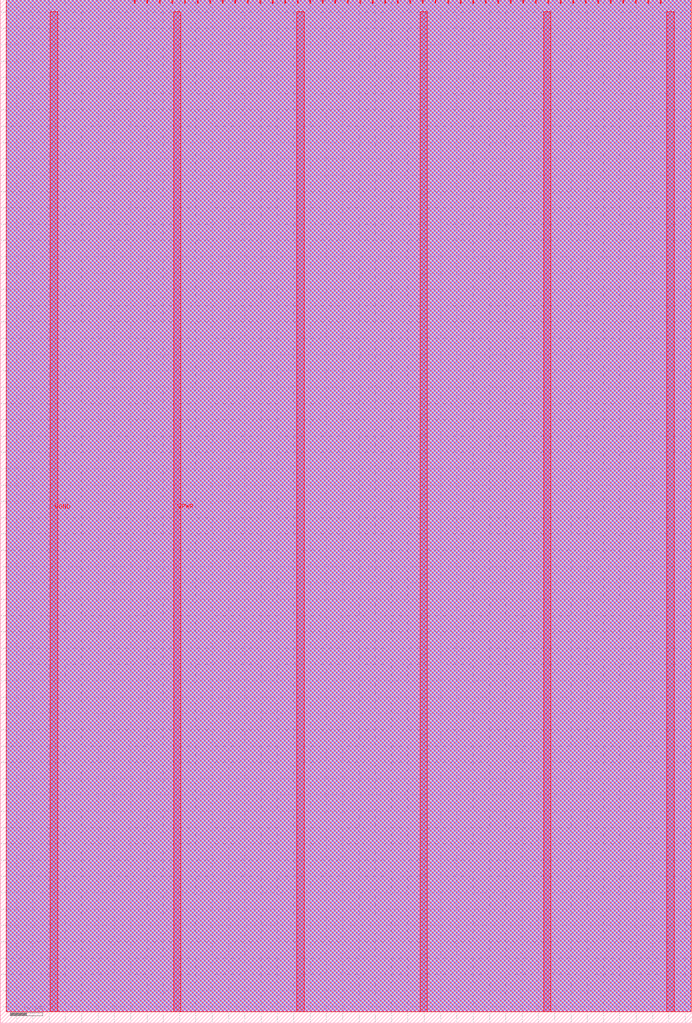
<source format=lef>
VERSION 5.8 ;
BUSBITCHARS "[]" ;
DIVIDERCHAR "/" ;
UNITS
    DATABASE MICRONS 1000 ;
END UNITS

VIA tt_um_edwintorok_via1_2_2200_440_1_5_410_410
  VIARULE via1Array ;
  CUTSIZE 0.19 0.19 ;
  LAYERS Metal1 Via1 Metal2 ;
  CUTSPACING 0.22 0.22 ;
  ENCLOSURE 0.01 0.125 0.05 0.005 ;
  ROWCOL 1 5 ;
END tt_um_edwintorok_via1_2_2200_440_1_5_410_410

VIA tt_um_edwintorok_via2_3_2200_440_1_5_410_410
  VIARULE via2Array ;
  CUTSIZE 0.19 0.19 ;
  LAYERS Metal2 Via2 Metal3 ;
  CUTSPACING 0.22 0.22 ;
  ENCLOSURE 0.05 0.005 0.005 0.05 ;
  ROWCOL 1 5 ;
END tt_um_edwintorok_via2_3_2200_440_1_5_410_410

VIA tt_um_edwintorok_via3_4_2200_440_1_5_410_410
  VIARULE via3Array ;
  CUTSIZE 0.19 0.19 ;
  LAYERS Metal3 Via3 Metal4 ;
  CUTSPACING 0.22 0.22 ;
  ENCLOSURE 0.005 0.05 0.05 0.005 ;
  ROWCOL 1 5 ;
END tt_um_edwintorok_via3_4_2200_440_1_5_410_410

VIA tt_um_edwintorok_via4_5_2200_440_1_5_410_410
  VIARULE via4Array ;
  CUTSIZE 0.19 0.19 ;
  LAYERS Metal4 Via4 Metal5 ;
  CUTSPACING 0.22 0.22 ;
  ENCLOSURE 0.05 0.005 0.185 0.05 ;
  ROWCOL 1 5 ;
END tt_um_edwintorok_via4_5_2200_440_1_5_410_410

MACRO tt_um_edwintorok
  FOREIGN tt_um_edwintorok 0 0 ;
  CLASS BLOCK ;
  SIZE 212.16 BY 313.74 ;
  PIN clk
    DIRECTION INPUT ;
    USE SIGNAL ;
    PORT
      LAYER Metal5 ;
        RECT  198.57 312.74 198.87 313.74 ;
    END
  END clk
  PIN ena
    DIRECTION INPUT ;
    USE SIGNAL ;
    PORT
      LAYER Metal5 ;
        RECT  202.41 312.74 202.71 313.74 ;
    END
  END ena
  PIN rst_n
    DIRECTION INPUT ;
    USE SIGNAL ;
    PORT
      LAYER Metal5 ;
        RECT  194.73 312.74 195.03 313.74 ;
    END
  END rst_n
  PIN ui_in[0]
    DIRECTION INPUT ;
    USE SIGNAL ;
    PORT
      LAYER Metal5 ;
        RECT  190.89 312.74 191.19 313.74 ;
    END
  END ui_in[0]
  PIN ui_in[1]
    DIRECTION INPUT ;
    USE SIGNAL ;
    PORT
      LAYER Metal5 ;
        RECT  187.05 312.74 187.35 313.74 ;
    END
  END ui_in[1]
  PIN ui_in[2]
    DIRECTION INPUT ;
    USE SIGNAL ;
    PORT
      LAYER Metal5 ;
        RECT  183.21 312.74 183.51 313.74 ;
    END
  END ui_in[2]
  PIN ui_in[3]
    DIRECTION INPUT ;
    USE SIGNAL ;
    PORT
      LAYER Metal5 ;
        RECT  179.37 312.74 179.67 313.74 ;
    END
  END ui_in[3]
  PIN ui_in[4]
    DIRECTION INPUT ;
    USE SIGNAL ;
    PORT
      LAYER Metal5 ;
        RECT  175.53 312.74 175.83 313.74 ;
    END
  END ui_in[4]
  PIN ui_in[5]
    DIRECTION INPUT ;
    USE SIGNAL ;
    PORT
      LAYER Metal5 ;
        RECT  171.69 312.74 171.99 313.74 ;
    END
  END ui_in[5]
  PIN ui_in[6]
    DIRECTION INPUT ;
    USE SIGNAL ;
    PORT
      LAYER Metal5 ;
        RECT  167.85 312.74 168.15 313.74 ;
    END
  END ui_in[6]
  PIN ui_in[7]
    DIRECTION INPUT ;
    USE SIGNAL ;
    PORT
      LAYER Metal5 ;
        RECT  164.01 312.74 164.31 313.74 ;
    END
  END ui_in[7]
  PIN uio_in[0]
    DIRECTION INPUT ;
    USE SIGNAL ;
    PORT
      LAYER Metal5 ;
        RECT  160.17 312.74 160.47 313.74 ;
    END
  END uio_in[0]
  PIN uio_in[1]
    DIRECTION INPUT ;
    USE SIGNAL ;
    PORT
      LAYER Metal5 ;
        RECT  156.33 312.74 156.63 313.74 ;
    END
  END uio_in[1]
  PIN uio_in[2]
    DIRECTION INPUT ;
    USE SIGNAL ;
    PORT
      LAYER Metal5 ;
        RECT  152.49 312.74 152.79 313.74 ;
    END
  END uio_in[2]
  PIN uio_in[3]
    DIRECTION INPUT ;
    USE SIGNAL ;
    PORT
      LAYER Metal5 ;
        RECT  148.65 312.74 148.95 313.74 ;
    END
  END uio_in[3]
  PIN uio_in[4]
    DIRECTION INPUT ;
    USE SIGNAL ;
    PORT
      LAYER Metal5 ;
        RECT  144.81 312.74 145.11 313.74 ;
    END
  END uio_in[4]
  PIN uio_in[5]
    DIRECTION INPUT ;
    USE SIGNAL ;
    PORT
      LAYER Metal5 ;
        RECT  140.97 312.74 141.27 313.74 ;
    END
  END uio_in[5]
  PIN uio_in[6]
    DIRECTION INPUT ;
    USE SIGNAL ;
    PORT
      LAYER Metal5 ;
        RECT  137.13 312.74 137.43 313.74 ;
    END
  END uio_in[6]
  PIN uio_in[7]
    DIRECTION INPUT ;
    USE SIGNAL ;
    PORT
      LAYER Metal5 ;
        RECT  133.29 312.74 133.59 313.74 ;
    END
  END uio_in[7]
  PIN uio_oe[0]
    DIRECTION OUTPUT ;
    USE SIGNAL ;
    PORT
      LAYER Metal5 ;
        RECT  68.01 312.74 68.31 313.74 ;
    END
  END uio_oe[0]
  PIN uio_oe[1]
    DIRECTION OUTPUT ;
    USE SIGNAL ;
    PORT
      LAYER Metal5 ;
        RECT  64.17 312.74 64.47 313.74 ;
    END
  END uio_oe[1]
  PIN uio_oe[2]
    DIRECTION OUTPUT ;
    USE SIGNAL ;
    PORT
      LAYER Metal5 ;
        RECT  60.33 312.74 60.63 313.74 ;
    END
  END uio_oe[2]
  PIN uio_oe[3]
    DIRECTION OUTPUT ;
    USE SIGNAL ;
    PORT
      LAYER Metal5 ;
        RECT  56.49 312.74 56.79 313.74 ;
    END
  END uio_oe[3]
  PIN uio_oe[4]
    DIRECTION OUTPUT ;
    USE SIGNAL ;
    PORT
      LAYER Metal5 ;
        RECT  52.65 312.74 52.95 313.74 ;
    END
  END uio_oe[4]
  PIN uio_oe[5]
    DIRECTION OUTPUT ;
    USE SIGNAL ;
    PORT
      LAYER Metal5 ;
        RECT  48.81 312.74 49.11 313.74 ;
    END
  END uio_oe[5]
  PIN uio_oe[6]
    DIRECTION OUTPUT ;
    USE SIGNAL ;
    PORT
      LAYER Metal5 ;
        RECT  44.97 312.74 45.27 313.74 ;
    END
  END uio_oe[6]
  PIN uio_oe[7]
    DIRECTION OUTPUT ;
    USE SIGNAL ;
    PORT
      LAYER Metal5 ;
        RECT  41.13 312.74 41.43 313.74 ;
    END
  END uio_oe[7]
  PIN uio_out[0]
    DIRECTION OUTPUT ;
    USE SIGNAL ;
    PORT
      LAYER Metal5 ;
        RECT  98.73 312.74 99.03 313.74 ;
    END
  END uio_out[0]
  PIN uio_out[1]
    DIRECTION OUTPUT ;
    USE SIGNAL ;
    PORT
      LAYER Metal5 ;
        RECT  94.89 312.74 95.19 313.74 ;
    END
  END uio_out[1]
  PIN uio_out[2]
    DIRECTION OUTPUT ;
    USE SIGNAL ;
    PORT
      LAYER Metal5 ;
        RECT  91.05 312.74 91.35 313.74 ;
    END
  END uio_out[2]
  PIN uio_out[3]
    DIRECTION OUTPUT ;
    USE SIGNAL ;
    PORT
      LAYER Metal5 ;
        RECT  87.21 312.74 87.51 313.74 ;
    END
  END uio_out[3]
  PIN uio_out[4]
    DIRECTION OUTPUT ;
    USE SIGNAL ;
    PORT
      LAYER Metal5 ;
        RECT  83.37 312.74 83.67 313.74 ;
    END
  END uio_out[4]
  PIN uio_out[5]
    DIRECTION OUTPUT ;
    USE SIGNAL ;
    PORT
      LAYER Metal5 ;
        RECT  79.53 312.74 79.83 313.74 ;
    END
  END uio_out[5]
  PIN uio_out[6]
    DIRECTION OUTPUT ;
    USE SIGNAL ;
    PORT
      LAYER Metal5 ;
        RECT  75.69 312.74 75.99 313.74 ;
    END
  END uio_out[6]
  PIN uio_out[7]
    DIRECTION OUTPUT ;
    USE SIGNAL ;
    PORT
      LAYER Metal5 ;
        RECT  71.85 312.74 72.15 313.74 ;
    END
  END uio_out[7]
  PIN uo_out[0]
    DIRECTION OUTPUT ;
    USE SIGNAL ;
    PORT
      LAYER Metal5 ;
        RECT  129.45 312.74 129.75 313.74 ;
    END
  END uo_out[0]
  PIN uo_out[1]
    DIRECTION OUTPUT ;
    USE SIGNAL ;
    PORT
      LAYER Metal5 ;
        RECT  125.61 312.74 125.91 313.74 ;
    END
  END uo_out[1]
  PIN uo_out[2]
    DIRECTION OUTPUT ;
    USE SIGNAL ;
    PORT
      LAYER Metal5 ;
        RECT  121.77 312.74 122.07 313.74 ;
    END
  END uo_out[2]
  PIN uo_out[3]
    DIRECTION OUTPUT ;
    USE SIGNAL ;
    PORT
      LAYER Metal5 ;
        RECT  117.93 312.74 118.23 313.74 ;
    END
  END uo_out[3]
  PIN uo_out[4]
    DIRECTION OUTPUT ;
    USE SIGNAL ;
    PORT
      LAYER Metal5 ;
        RECT  114.09 312.74 114.39 313.74 ;
    END
  END uo_out[4]
  PIN uo_out[5]
    DIRECTION OUTPUT ;
    USE SIGNAL ;
    PORT
      LAYER Metal5 ;
        RECT  110.25 312.74 110.55 313.74 ;
    END
  END uo_out[5]
  PIN uo_out[6]
    DIRECTION OUTPUT ;
    USE SIGNAL ;
    PORT
      LAYER Metal5 ;
        RECT  106.41 312.74 106.71 313.74 ;
    END
  END uo_out[6]
  PIN uo_out[7]
    DIRECTION OUTPUT ;
    USE SIGNAL ;
    PORT
      LAYER Metal5 ;
        RECT  102.57 312.74 102.87 313.74 ;
    END
  END uo_out[7]
  PIN VGND
    DIRECTION INOUT ;
    USE GROUND ;
    PORT
      LAYER Metal5 ;
        RECT  166.58 3.56 168.78 310.18 ;
        RECT  90.98 3.56 93.18 310.18 ;
        RECT  15.38 3.56 17.58 310.18 ;
    END
  END VGND
  PIN VPWR
    DIRECTION INOUT ;
    USE POWER ;
    PORT
      LAYER Metal5 ;
        RECT  204.38 3.56 206.58 310.18 ;
        RECT  128.78 3.56 130.98 310.18 ;
        RECT  53.18 3.56 55.38 310.18 ;
    END
  END VPWR
  OBS
    LAYER Metal1 ;
     RECT  1.775 3.56 211.825 313.74 ;
    LAYER Metal2 ;
     RECT  1.775 3.56 211.825 313.74 ;
    LAYER Metal3 ;
     RECT  1.775 3.56 211.825 313.74 ;
    LAYER Metal4 ;
     RECT  1.775 3.56 211.825 313.74 ;
    LAYER Metal5 ;
     RECT  1.775 3.56 211.825 313.74 ;
  END
END tt_um_edwintorok
END LIBRARY

</source>
